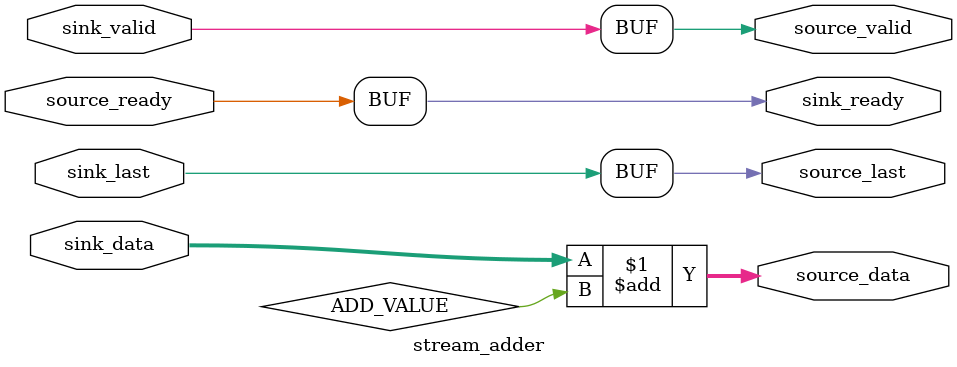
<source format=v>
module stream_adder(
    input  wire sink_valid,
    input  wire sink_last,
    input  wire [7:0] sink_data,
    output wire sink_ready,

    output wire source_valid,
    output wire source_last,
    output wire [7:0] source_data,
    input  wire source_ready
);

assign source_valid = sink_valid;
assign source_last = sink_last;
assign source_data = sink_data + ADD_VALUE;
assign sink_ready = source_ready;

endmodule

</source>
